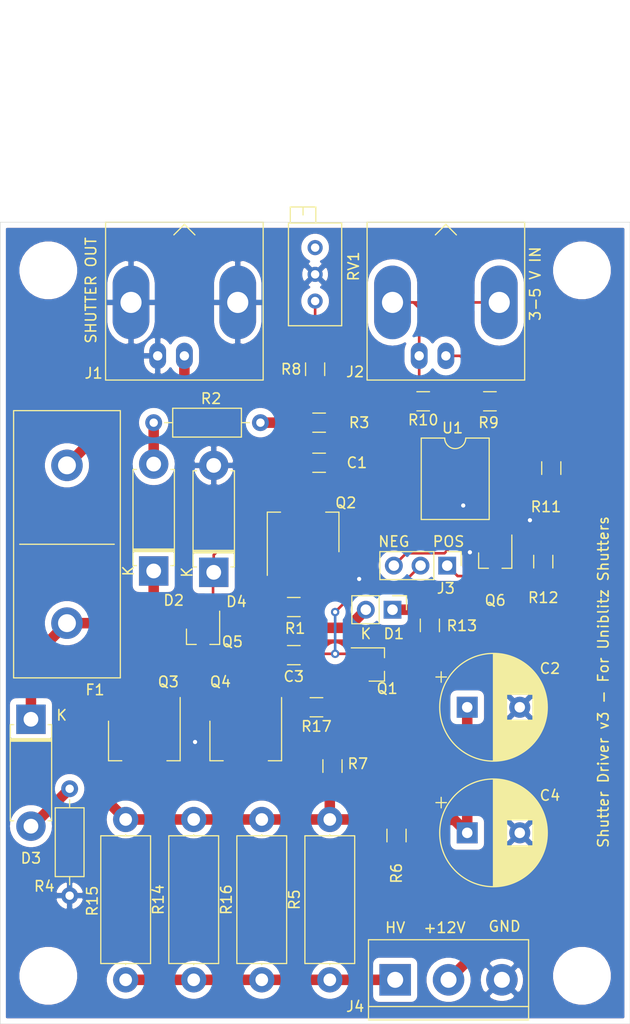
<source format=kicad_pcb>
(kicad_pcb (version 20171130) (host pcbnew "(5.1.2)-2")
  (layers (0 F.Cu signal) (31 B.Cu signal) (34 B.Paste user) (35 F.Paste user) (36 B.SilkS user) (37 F.SilkS user) (38 B.Mask user) (39 F.Mask user) (44 Edge.Cuts user))
  (net 0 "")
  (net 1 "Net-(C1-Pad1)")
  (net 2 GND)
  (net 3 "Net-(C2-Pad1)")
  (net 4 "Net-(D1-Pad1)")
  (net 5 "Net-(D1-Pad2)")
  (net 6 "Net-(D2-Pad2)")
  (net 7 /Driver_Circuit/Vin)
  (net 8 "Net-(F1-Pad2)")
  (net 9 "Net-(J2-Pad2)")
  (net 10 "Net-(J2-Pad1)")
  (net 11 HV)
  (net 12 "Net-(U1-Pad3)")
  (net 13 /Driver_Circuit/EXT)
  (net 14 /Driver_Circuit/~EXT)
  (net 15 "Net-(Q3-Pad1)")
  (net 16 "Net-(Q4-Pad1)")
  (net 17 "Net-(C3-Pad1)")
  (net 18 +12V)
  (net 19 "Net-(R8-Pad2)")
  (net 20 "Net-(R10-Pad1)")
  (net 21 "Net-(D2-Pad1)")
  (net 22 "Net-(D3-Pad2)")
  (net 23 "Net-(RV1-Pad3)")
  (net 24 "Net-(Q2-Pad2)")
  (net 25 "Net-(Q5-Pad3)")
  (net 26 "Net-(Q1-Pad3)")
  (module MountingHole:MountingHole_4.3mm_M4 (layer F.Cu) (at 103.632 108.458)
    (fp_text reference REF** hide)
    (fp_text value MountingHole_4.3mm_M4)
    (pad 1 np_thru_hole circle (at 0 0) (size 4.3 4.3) (drill 4.3) (layers *.Cu *.Mask))
  )
  (module MountingHole:MountingHole_4.3mm_M4 (layer F.Cu) (at 52.832 108.458)
    (fp_text reference REF** hide)
    (fp_text value MountingHole_4.3mm_M4)
    (pad 1 np_thru_hole circle (at 0 0) (size 4.3 4.3) (drill 4.3) (layers *.Cu *.Mask))
  )
  (module MountingHole:MountingHole_4.3mm_M4 (layer F.Cu) (at 52.832 41.402)
    (fp_text reference REF** hide)
    (fp_text value MountingHole_4.3mm_M4)
    (pad 1 np_thru_hole circle (at 0 0) (size 4.3 4.3) (drill 4.3) (layers *.Cu *.Mask))
  )
  (module MountingHole:MountingHole_4.3mm_M4 (layer F.Cu) (at 103.632 41.402)
    (fp_text reference REF** hide)
    (fp_text value MountingHole_4.3mm_M4)
    (pad 1 np_thru_hole circle (at 0 0) (size 4.3 4.3) (drill 4.3) (layers *.Cu *.Mask))
  )
  (module Potentiometer_THT:Potentiometer_Bourns_3296X_Horizontal (layer F.Cu) (at 78.232 44.323 270)
    (fp_text reference RV1 (at -3.3 -3.66 90) (layer F.SilkS))
    (fp_text value 100k)
    (pad 3 thru_hole circle (at -5.08 0 270) (size 1.44 1.44) (drill 0.8) (layers *.Cu *.Mask) (net 23 "Net-(RV1-Pad3)"))
    (pad 2 thru_hole circle (at -2.54 0 270) (size 1.44 1.44) (drill 0.8) (layers *.Cu *.Mask) (net 2 GND))
    (pad 1 thru_hole circle (at 0 0 270) (size 1.44 1.44) (drill 0.8) (layers *.Cu *.Mask) (net 19 "Net-(R8-Pad2)"))
  )
  (module Shutter_Driver_Pulse:Fuseholder_Wurth_15mm (layer F.Cu) (at 54.61 67.437 90)
    (fp_text reference F1 (at -13.843 2.667 180) (layer F.SilkS))
    (fp_text value Fuse)
    (pad 2 thru_hole circle (at 7.5 0 90) (size 3 3) (drill 1.7) (layers *.Cu *.Mask) (net 8 "Net-(F1-Pad2)"))
    (pad 1 thru_hole circle (at -7.5 0 90) (size 3 3) (drill 1.7) (layers *.Cu *.Mask) (net 21 "Net-(D2-Pad1)"))
  )
  (module Resistor_THT:R_Axial_DIN0414_L11.9mm_D4.5mm_P15.24mm_Horizontal (layer F.Cu) (at 73.152 108.839 90)
    (fp_text reference R16 (at 7.62 -3.37 90) (layer F.SilkS))
    (fp_text value 1k)
    (pad 2 thru_hole oval (at 15.24 0 90) (size 2.4 2.4) (drill 1.2) (layers *.Cu *.Mask) (net 3 "Net-(C2-Pad1)"))
    (pad 1 thru_hole circle (at 0 0 90) (size 2.4 2.4) (drill 1.2) (layers *.Cu *.Mask) (net 11 HV))
  )
  (module Resistor_THT:R_Axial_DIN0414_L11.9mm_D4.5mm_P15.24mm_Horizontal (layer F.Cu) (at 60.198 108.839 90)
    (fp_text reference R15 (at 7.493 -3.175 90) (layer F.SilkS))
    (fp_text value 1k)
    (pad 2 thru_hole oval (at 15.24 0 90) (size 2.4 2.4) (drill 1.2) (layers *.Cu *.Mask) (net 3 "Net-(C2-Pad1)"))
    (pad 1 thru_hole circle (at 0 0 90) (size 2.4 2.4) (drill 1.2) (layers *.Cu *.Mask) (net 11 HV))
  )
  (module Resistor_THT:R_Axial_DIN0414_L11.9mm_D4.5mm_P15.24mm_Horizontal (layer F.Cu) (at 66.675 108.839 90)
    (fp_text reference R14 (at 7.62 -3.37 90) (layer F.SilkS))
    (fp_text value 1k)
    (pad 2 thru_hole oval (at 15.24 0 90) (size 2.4 2.4) (drill 1.2) (layers *.Cu *.Mask) (net 3 "Net-(C2-Pad1)"))
    (pad 1 thru_hole circle (at 0 0 90) (size 2.4 2.4) (drill 1.2) (layers *.Cu *.Mask) (net 11 HV))
  )
  (module Resistor_THT:R_Axial_DIN0414_L11.9mm_D4.5mm_P15.24mm_Horizontal (layer F.Cu) (at 79.629 108.839 90)
    (fp_text reference R5 (at 7.62 -3.37 90) (layer F.SilkS))
    (fp_text value 1k)
    (pad 2 thru_hole oval (at 15.24 0 90) (size 2.4 2.4) (drill 1.2) (layers *.Cu *.Mask) (net 3 "Net-(C2-Pad1)"))
    (pad 1 thru_hole circle (at 0 0 90) (size 2.4 2.4) (drill 1.2) (layers *.Cu *.Mask) (net 11 HV))
  )
  (module Package_DIP:SMDIP-6_W9.53mm (layer F.Cu) (at 91.567 61.214)
    (fp_text reference U1 (at -0.254 -4.826 180) (layer F.SilkS))
    (fp_text value H11L1)
    (pad 6 smd rect (at 4.765 -2.54) (size 2 1.78) (layers F.Cu F.Paste F.Mask) (net 18 +12V))
    (pad 3 smd rect (at -4.765 2.54) (size 2 1.78) (layers F.Cu F.Paste F.Mask) (net 12 "Net-(U1-Pad3)"))
    (pad 5 smd rect (at 4.765 0) (size 2 1.78) (layers F.Cu F.Paste F.Mask) (net 2 GND))
    (pad 2 smd rect (at -4.765 0) (size 2 1.78) (layers F.Cu F.Paste F.Mask) (net 9 "Net-(J2-Pad2)"))
    (pad 4 smd rect (at 4.765 2.54) (size 2 1.78) (layers F.Cu F.Paste F.Mask) (net 14 /Driver_Circuit/~EXT))
    (pad 1 smd rect (at -4.765 -2.54) (size 2 1.78) (layers F.Cu F.Paste F.Mask) (net 20 "Net-(R10-Pad1)"))
  )
  (module Resistor_SMD:R_1206_3216Metric_Pad1.42x1.75mm_HandSolder (layer F.Cu) (at 78.359 82.931 180)
    (fp_text reference R17 (at 0 -1.82) (layer F.SilkS))
    (fp_text value 2.2k)
    (pad 2 smd roundrect (at 1.4875 0 180) (size 1.425 1.75) (layers F.Cu F.Paste F.Mask) (roundrect_rratio 0.175439) (net 16 "Net-(Q4-Pad1)"))
    (pad 1 smd roundrect (at -1.4875 0 180) (size 1.425 1.75) (layers F.Cu F.Paste F.Mask) (roundrect_rratio 0.175439) (net 25 "Net-(Q5-Pad3)"))
  )
  (module Resistor_SMD:R_1206_3216Metric_Pad1.42x1.75mm_HandSolder (layer F.Cu) (at 89.154 75.1475 90)
    (fp_text reference R13 (at -0.0365 3.048 180) (layer F.SilkS))
    (fp_text value 2.2k)
    (pad 2 smd roundrect (at 1.4875 0 90) (size 1.425 1.75) (layers F.Cu F.Paste F.Mask) (roundrect_rratio 0.175439) (net 4 "Net-(D1-Pad1)"))
    (pad 1 smd roundrect (at -1.4875 0 90) (size 1.425 1.75) (layers F.Cu F.Paste F.Mask) (roundrect_rratio 0.175439) (net 26 "Net-(Q1-Pad3)"))
  )
  (module Capacitor_THT:CP_Radial_D10.0mm_P5.00mm (layer F.Cu) (at 92.71 94.869)
    (fp_text reference C4 (at 7.874 -3.556) (layer F.SilkS))
    (fp_text value 47u)
    (pad 2 thru_hole circle (at 5 0) (size 2 2) (drill 1) (layers *.Cu *.Mask) (net 2 GND))
    (pad 1 thru_hole rect (at 0 0) (size 2 2) (drill 1) (layers *.Cu *.Mask) (net 3 "Net-(C2-Pad1)"))
  )
  (module Package_TO_SOT_SMD:SOT-223 (layer F.Cu) (at 71.628 86.106 270)
    (fp_text reference Q4 (at -5.588 2.413 180) (layer F.SilkS))
    (fp_text value Q_PNP_BCEC)
    (pad 1 smd rect (at -3.15 -2.3 270) (size 2 1.5) (layers F.Cu F.Paste F.Mask) (net 16 "Net-(Q4-Pad1)"))
    (pad 3 smd rect (at -3.15 2.3 270) (size 2 1.5) (layers F.Cu F.Paste F.Mask) (net 15 "Net-(Q3-Pad1)"))
    (pad 2 smd rect (at -3.15 0 270) (size 2 1.5) (layers F.Cu F.Paste F.Mask) (net 21 "Net-(D2-Pad1)"))
    (pad 4 smd rect (at 3.15 0 270) (size 2 3.8) (layers F.Cu F.Paste F.Mask) (net 21 "Net-(D2-Pad1)"))
  )
  (module Package_TO_SOT_SMD:SOT-223 (layer F.Cu) (at 61.976 86.106 270)
    (fp_text reference Q3 (at -5.588 -2.286 180) (layer F.SilkS))
    (fp_text value Q_PNP_BCEC)
    (pad 1 smd rect (at -3.15 -2.3 270) (size 2 1.5) (layers F.Cu F.Paste F.Mask) (net 15 "Net-(Q3-Pad1)"))
    (pad 3 smd rect (at -3.15 2.3 270) (size 2 1.5) (layers F.Cu F.Paste F.Mask) (net 3 "Net-(C2-Pad1)"))
    (pad 2 smd rect (at -3.15 0 270) (size 2 1.5) (layers F.Cu F.Paste F.Mask) (net 21 "Net-(D2-Pad1)"))
    (pad 4 smd rect (at 3.15 0 270) (size 2 3.8) (layers F.Cu F.Paste F.Mask) (net 21 "Net-(D2-Pad1)"))
  )
  (module Package_TO_SOT_SMD:SOT-223 (layer F.Cu) (at 77.089 66.294 90)
    (fp_text reference Q2 (at 2.794 4.064 180) (layer F.SilkS))
    (fp_text value Q_PNP_BCEC)
    (pad 1 smd rect (at -3.15 -2.3 90) (size 2 1.5) (layers F.Cu F.Paste F.Mask) (net 5 "Net-(D1-Pad2)"))
    (pad 3 smd rect (at -3.15 2.3 90) (size 2 1.5) (layers F.Cu F.Paste F.Mask) (net 18 +12V))
    (pad 2 smd rect (at -3.15 0 90) (size 2 1.5) (layers F.Cu F.Paste F.Mask) (net 24 "Net-(Q2-Pad2)"))
    (pad 4 smd rect (at 3.15 0 90) (size 2 3.8) (layers F.Cu F.Paste F.Mask) (net 1 "Net-(C1-Pad1)"))
  )
  (module TerminalBlock:TerminalBlock_bornier-3_P5.08mm (layer F.Cu) (at 85.852 108.839)
    (fp_text reference J4 (at -3.81 2.54) (layer F.SilkS))
    (fp_text value Screw_Terminal_01x03)
    (pad 3 thru_hole circle (at 10.16 0) (size 3 3) (drill 1.52) (layers *.Cu *.Mask) (net 2 GND))
    (pad 2 thru_hole circle (at 5.08 0) (size 3 3) (drill 1.52) (layers *.Cu *.Mask) (net 18 +12V))
    (pad 1 thru_hole rect (at 0 0) (size 3 3) (drill 1.52) (layers *.Cu *.Mask) (net 11 HV))
  )
  (module Connector_PinHeader_2.54mm:PinHeader_1x03_P2.54mm_Vertical (layer F.Cu) (at 90.805 69.469 270)
    (fp_text reference J3 (at 2.159 0.127 180) (layer F.SilkS))
    (fp_text value Conn_01x03_Male)
    (pad 3 thru_hole oval (at 0 5.08 270) (size 1.7 1.7) (drill 1) (layers *.Cu *.Mask) (net 14 /Driver_Circuit/~EXT))
    (pad 2 thru_hole oval (at 0 2.54 270) (size 1.7 1.7) (drill 1) (layers *.Cu *.Mask) (net 7 /Driver_Circuit/Vin))
    (pad 1 thru_hole rect (at 0 0 270) (size 1.7 1.7) (drill 1) (layers *.Cu *.Mask) (net 13 /Driver_Circuit/EXT))
  )
  (module Resistor_THT:R_Axial_DIN0207_L6.3mm_D2.5mm_P10.16mm_Horizontal (layer F.Cu) (at 54.864 90.678 270)
    (fp_text reference R4 (at 9.271 2.413 180) (layer F.SilkS))
    (fp_text value 1.8k)
    (pad 2 thru_hole oval (at 10.16 0 270) (size 1.6 1.6) (drill 0.8) (layers *.Cu *.Mask) (net 2 GND))
    (pad 1 thru_hole circle (at 0 0 270) (size 1.6 1.6) (drill 0.8) (layers *.Cu *.Mask) (net 22 "Net-(D3-Pad2)"))
  )
  (module Resistor_SMD:R_1206_3216Metric_Pad1.42x1.75mm_HandSolder (layer F.Cu) (at 100.711 60.198 90)
    (fp_text reference R11 (at -3.683 -0.508 180) (layer F.SilkS))
    (fp_text value 10k)
    (pad 2 smd roundrect (at 1.4875 0 90) (size 1.425 1.75) (layers F.Cu F.Paste F.Mask) (roundrect_rratio 0.175439) (net 18 +12V))
    (pad 1 smd roundrect (at -1.4875 0 90) (size 1.425 1.75) (layers F.Cu F.Paste F.Mask) (roundrect_rratio 0.175439) (net 14 /Driver_Circuit/~EXT))
  )
  (module Package_TO_SOT_SMD:SOT-23_Handsoldering (layer F.Cu) (at 84.074 78.867)
    (fp_text reference Q1 (at 1.016 2.286) (layer F.SilkS))
    (fp_text value Q_NMOS_GDS)
    (pad 3 smd rect (at 1.5 0) (size 1.9 0.8) (layers F.Cu F.Paste F.Mask) (net 26 "Net-(Q1-Pad3)"))
    (pad 2 smd rect (at -1.5 0.95) (size 1.9 0.8) (layers F.Cu F.Paste F.Mask) (net 2 GND))
    (pad 1 smd rect (at -1.5 -0.95) (size 1.9 0.8) (layers F.Cu F.Paste F.Mask) (net 7 /Driver_Circuit/Vin))
  )
  (module Diode_THT:D_5W_P10.16mm_Horizontal (layer F.Cu) (at 68.58 70.104 90)
    (fp_text reference D4 (at -2.794 2.159 180) (layer F.SilkS))
    (fp_text value D)
    (fp_text user K (at 0 -2.54 90) (layer F.SilkS))
    (pad 2 thru_hole oval (at 10.16 0 90) (size 2.8 2.8) (drill 1.4) (layers *.Cu *.Mask) (net 2 GND))
    (pad 1 thru_hole rect (at 0 0 90) (size 2.8 2.8) (drill 1.4) (layers *.Cu *.Mask) (net 17 "Net-(C3-Pad1)"))
  )
  (module Connector_PinHeader_2.54mm:PinHeader_1x02_P2.54mm_Vertical (layer F.Cu) (at 85.598 73.66 270)
    (fp_text reference D1 (at 2.286 -0.127 180) (layer F.SilkS))
    (fp_text value LED)
    (pad 2 thru_hole oval (at 0 2.54 270) (size 1.7 1.7) (drill 1) (layers *.Cu *.Mask) (net 5 "Net-(D1-Pad2)"))
    (pad 1 thru_hole rect (at 0 0 270) (size 1.7 1.7) (drill 1) (layers *.Cu *.Mask) (net 4 "Net-(D1-Pad1)"))
  )
  (module Resistor_THT:R_Axial_DIN0207_L6.3mm_D2.5mm_P10.16mm_Horizontal (layer F.Cu) (at 73.025 55.88 180)
    (fp_text reference R2 (at 4.699 2.286) (layer F.SilkS))
    (fp_text value 5.6)
    (pad 2 thru_hole oval (at 10.16 0 180) (size 1.6 1.6) (drill 0.8) (layers *.Cu *.Mask) (net 6 "Net-(D2-Pad2)"))
    (pad 1 thru_hole circle (at 0 0 180) (size 1.6 1.6) (drill 0.8) (layers *.Cu *.Mask) (net 1 "Net-(C1-Pad1)"))
  )
  (module Package_TO_SOT_SMD:SOT-23_Handsoldering (layer F.Cu) (at 95.377 68.961 270)
    (fp_text reference Q6 (at 3.81 0 180) (layer F.SilkS))
    (fp_text value Q_NMOS_GDS)
    (pad 3 smd rect (at 1.5 0 270) (size 1.9 0.8) (layers F.Cu F.Paste F.Mask) (net 13 /Driver_Circuit/EXT))
    (pad 2 smd rect (at -1.5 0.95 270) (size 1.9 0.8) (layers F.Cu F.Paste F.Mask) (net 2 GND))
    (pad 1 smd rect (at -1.5 -0.95 270) (size 1.9 0.8) (layers F.Cu F.Paste F.Mask) (net 14 /Driver_Circuit/~EXT))
  )
  (module Package_TO_SOT_SMD:SOT-23_Handsoldering (layer F.Cu) (at 67.564 76.2 270)
    (fp_text reference Q5 (at 0.508 -2.794 180) (layer F.SilkS))
    (fp_text value Q_NMOS_GDS)
    (pad 3 smd rect (at 1.5 0 270) (size 1.9 0.8) (layers F.Cu F.Paste F.Mask) (net 25 "Net-(Q5-Pad3)"))
    (pad 2 smd rect (at -1.5 0.95 270) (size 1.9 0.8) (layers F.Cu F.Paste F.Mask) (net 2 GND))
    (pad 1 smd rect (at -1.5 -0.95 270) (size 1.9 0.8) (layers F.Cu F.Paste F.Mask) (net 17 "Net-(C3-Pad1)"))
  )
  (module Diode_THT:D_5W_P10.16mm_Horizontal (layer F.Cu) (at 51.181 84.074 270)
    (fp_text reference D3 (at 13.208 0 180) (layer F.SilkS))
    (fp_text value D)
    (fp_text user K (at -0.381 -2.921 180) (layer F.SilkS))
    (pad 2 thru_hole oval (at 10.16 0 270) (size 2.8 2.8) (drill 1.4) (layers *.Cu *.Mask) (net 22 "Net-(D3-Pad2)"))
    (pad 1 thru_hole rect (at 0 0 270) (size 2.8 2.8) (drill 1.4) (layers *.Cu *.Mask) (net 21 "Net-(D2-Pad1)"))
  )
  (module Capacitor_SMD:C_1206_3216Metric_Pad1.42x1.75mm_HandSolder (layer F.Cu) (at 76.2 77.978)
    (fp_text reference C3 (at 0 2.032) (layer F.SilkS))
    (fp_text value 10n)
    (pad 2 smd roundrect (at 1.4875 0) (size 1.425 1.75) (layers F.Cu F.Paste F.Mask) (roundrect_rratio 0.175439) (net 7 /Driver_Circuit/Vin))
    (pad 1 smd roundrect (at -1.4875 0) (size 1.425 1.75) (layers F.Cu F.Paste F.Mask) (roundrect_rratio 0.175439) (net 17 "Net-(C3-Pad1)"))
  )
  (module Capacitor_THT:CP_Radial_D10.0mm_P5.00mm (layer F.Cu) (at 92.71 82.931)
    (fp_text reference C2 (at 7.874 -3.683) (layer F.SilkS))
    (fp_text value 47u)
    (pad 2 thru_hole circle (at 5 0) (size 2 2) (drill 1) (layers *.Cu *.Mask) (net 2 GND))
    (pad 1 thru_hole rect (at 0 0) (size 2 2) (drill 1) (layers *.Cu *.Mask) (net 3 "Net-(C2-Pad1)"))
  )
  (module Capacitor_SMD:C_1206_3216Metric_Pad1.42x1.75mm_HandSolder (layer F.Cu) (at 78.613 59.69)
    (fp_text reference C1 (at 3.5925 0) (layer F.SilkS))
    (fp_text value 1n)
    (pad 2 smd roundrect (at 1.4875 0) (size 1.425 1.75) (layers F.Cu F.Paste F.Mask) (roundrect_rratio 0.175439) (net 2 GND))
    (pad 1 smd roundrect (at -1.4875 0) (size 1.425 1.75) (layers F.Cu F.Paste F.Mask) (roundrect_rratio 0.175439) (net 1 "Net-(C1-Pad1)"))
  )
  (module Diode_THT:D_5W_P10.16mm_Horizontal (layer F.Cu) (at 62.865 69.977 90)
    (fp_text reference D2 (at -2.794 1.905 180) (layer F.SilkS))
    (fp_text value D)
    (fp_text user K (at 0 -2.4 90) (layer F.SilkS))
    (pad 2 thru_hole oval (at 10.16 0 90) (size 2.8 2.8) (drill 1.4) (layers *.Cu *.Mask) (net 6 "Net-(D2-Pad2)"))
    (pad 1 thru_hole rect (at 0 0 90) (size 2.8 2.8) (drill 1.4) (layers *.Cu *.Mask) (net 21 "Net-(D2-Pad1)"))
  )
  (module Connector_Coaxial:BNC_Amphenol_B6252HB-NPP3G-50_Horizontal (layer F.Cu) (at 65.786 49.53)
    (fp_text reference J1 (at -8.636 1.651 180) (layer F.SilkS))
    (fp_text value Conn_Coaxial)
    (pad 2 thru_hole oval (at -5.08 -5.08) (size 3.5 7) (drill 2.01) (layers *.Cu *.Mask) (net 2 GND))
    (pad 2 thru_hole oval (at 5.08 -5.08) (size 3.5 7) (drill 2.01) (layers *.Cu *.Mask) (net 2 GND))
    (pad 1 thru_hole oval (at 0 0) (size 1.6 2.5) (drill 0.89) (layers *.Cu *.Mask) (net 8 "Net-(F1-Pad2)"))
    (pad 2 thru_hole oval (at -2.54 0) (size 1.6 2.5) (drill 0.89) (layers *.Cu *.Mask) (net 2 GND))
  )
  (module Connector_Coaxial:BNC_Amphenol_B6252HB-NPP3G-50_Horizontal (layer F.Cu) (at 90.678 49.53)
    (fp_text reference J2 (at -8.636 1.524 180) (layer F.SilkS))
    (fp_text value Conn_Coaxial)
    (pad 2 thru_hole oval (at -5.08 -5.08) (size 3.5 7) (drill 2.01) (layers *.Cu *.Mask) (net 9 "Net-(J2-Pad2)"))
    (pad 2 thru_hole oval (at 5.08 -5.08) (size 3.5 7) (drill 2.01) (layers *.Cu *.Mask) (net 9 "Net-(J2-Pad2)"))
    (pad 1 thru_hole oval (at 0 0) (size 1.6 2.5) (drill 0.89) (layers *.Cu *.Mask) (net 10 "Net-(J2-Pad1)"))
    (pad 2 thru_hole oval (at -2.54 0) (size 1.6 2.5) (drill 0.89) (layers *.Cu *.Mask) (net 9 "Net-(J2-Pad2)"))
  )
  (module Resistor_SMD:R_1206_3216Metric_Pad1.42x1.75mm_HandSolder (layer F.Cu) (at 76.2 73.406)
    (fp_text reference R1 (at 0.127 2.032) (layer F.SilkS))
    (fp_text value 10k)
    (pad 2 smd roundrect (at 1.4875 0) (size 1.425 1.75) (layers F.Cu F.Paste F.Mask) (roundrect_rratio 0.175439) (net 18 +12V))
    (pad 1 smd roundrect (at -1.4875 0) (size 1.425 1.75) (layers F.Cu F.Paste F.Mask) (roundrect_rratio 0.175439) (net 5 "Net-(D1-Pad2)"))
  )
  (module Resistor_SMD:R_1206_3216Metric_Pad1.42x1.75mm_HandSolder (layer F.Cu) (at 78.613 55.88 180)
    (fp_text reference R3 (at -3.81 0) (layer F.SilkS))
    (fp_text value 100k)
    (pad 2 smd roundrect (at 1.4875 0 180) (size 1.425 1.75) (layers F.Cu F.Paste F.Mask) (roundrect_rratio 0.175439) (net 1 "Net-(C1-Pad1)"))
    (pad 1 smd roundrect (at -1.4875 0 180) (size 1.425 1.75) (layers F.Cu F.Paste F.Mask) (roundrect_rratio 0.175439) (net 2 GND))
  )
  (module Resistor_SMD:R_1206_3216Metric_Pad1.42x1.75mm_HandSolder (layer F.Cu) (at 85.979 95.123 90)
    (fp_text reference R6 (at -3.5925 0 90) (layer F.SilkS))
    (fp_text value 1Meg)
    (pad 1 smd roundrect (at -1.4875 0 90) (size 1.425 1.75) (layers F.Cu F.Paste F.Mask) (roundrect_rratio 0.175439) (net 2 GND))
    (pad 2 smd roundrect (at 1.4875 0 90) (size 1.425 1.75) (layers F.Cu F.Paste F.Mask) (roundrect_rratio 0.175439) (net 3 "Net-(C2-Pad1)"))
  )
  (module Resistor_SMD:R_1206_3216Metric_Pad1.42x1.75mm_HandSolder (layer F.Cu) (at 79.883 88.519 90)
    (fp_text reference R7 (at 0.2175 2.413 180) (layer F.SilkS))
    (fp_text value 100k)
    (pad 2 smd roundrect (at 1.4875 0 90) (size 1.425 1.75) (layers F.Cu F.Paste F.Mask) (roundrect_rratio 0.175439) (net 25 "Net-(Q5-Pad3)"))
    (pad 1 smd roundrect (at -1.4875 0 90) (size 1.425 1.75) (layers F.Cu F.Paste F.Mask) (roundrect_rratio 0.175439) (net 3 "Net-(C2-Pad1)"))
  )
  (module Resistor_SMD:R_1206_3216Metric_Pad1.42x1.75mm_HandSolder (layer F.Cu) (at 78.232 50.8 90)
    (fp_text reference R8 (at 0 -2.286 180) (layer F.SilkS))
    (fp_text value 100k)
    (pad 1 smd roundrect (at -1.4875 0 90) (size 1.425 1.75) (layers F.Cu F.Paste F.Mask) (roundrect_rratio 0.175439) (net 17 "Net-(C3-Pad1)"))
    (pad 2 smd roundrect (at 1.4875 0 90) (size 1.425 1.75) (layers F.Cu F.Paste F.Mask) (roundrect_rratio 0.175439) (net 19 "Net-(R8-Pad2)"))
  )
  (module Resistor_SMD:R_1206_3216Metric_Pad1.42x1.75mm_HandSolder (layer F.Cu) (at 94.869 53.848)
    (fp_text reference R9 (at -0.127 2.032) (layer F.SilkS))
    (fp_text value 1k)
    (pad 2 smd roundrect (at 1.4875 0) (size 1.425 1.75) (layers F.Cu F.Paste F.Mask) (roundrect_rratio 0.175439) (net 10 "Net-(J2-Pad1)"))
    (pad 1 smd roundrect (at -1.4875 0) (size 1.425 1.75) (layers F.Cu F.Paste F.Mask) (roundrect_rratio 0.175439) (net 20 "Net-(R10-Pad1)"))
  )
  (module Resistor_SMD:R_1206_3216Metric_Pad1.42x1.75mm_HandSolder (layer F.Cu) (at 88.519 53.848 180)
    (fp_text reference R10 (at 0 -1.778) (layer F.SilkS))
    (fp_text value 100k)
    (pad 2 smd roundrect (at 1.4875 0 180) (size 1.425 1.75) (layers F.Cu F.Paste F.Mask) (roundrect_rratio 0.175439) (net 9 "Net-(J2-Pad2)"))
    (pad 1 smd roundrect (at -1.4875 0 180) (size 1.425 1.75) (layers F.Cu F.Paste F.Mask) (roundrect_rratio 0.175439) (net 20 "Net-(R10-Pad1)"))
  )
  (module Resistor_SMD:R_1206_3216Metric_Pad1.42x1.75mm_HandSolder (layer F.Cu) (at 99.949 69.088 270)
    (fp_text reference R12 (at 3.429 0 180) (layer F.SilkS))
    (fp_text value 10k)
    (pad 1 smd roundrect (at -1.4875 0 270) (size 1.425 1.75) (layers F.Cu F.Paste F.Mask) (roundrect_rratio 0.175439) (net 18 +12V))
    (pad 2 smd roundrect (at 1.4875 0 270) (size 1.425 1.75) (layers F.Cu F.Paste F.Mask) (roundrect_rratio 0.175439) (net 13 /Driver_Circuit/EXT))
  )
  (gr_text K (at 83.058 75.946) (layer F.SilkS) (effects (font (size 1 1))))
  (gr_text "Shutter Driver v3 - For Uniblitz Shutters" (at 105.664 96.393 90) (layer F.SilkS) (effects (font (size 1 1)) (justify left)))
  (gr_text NEG (at 85.725 67.183) (layer F.SilkS) (effects (font (size 1 1))))
  (gr_text POS (at 90.932 67.183) (layer F.SilkS) (effects (font (size 1 1))))
  (gr_text +12V (at 90.551 103.886) (layer F.SilkS) (effects (font (size 1 1))))
  (gr_text GND (at 96.266 103.759) (layer F.SilkS) (effects (font (size 1 1))))
  (gr_text HV (at 85.852 103.886) (layer F.SilkS) (effects (font (size 1 1))))
  (gr_text "3-5 V IN" (at 99.187 42.672 90) (layer F.SilkS) (effects (font (size 1 1))))
  (gr_text "SHUTTER OUT" (at 56.896 43.307 90) (layer F.SilkS) (effects (font (size 1 1))))
  (gr_line (start 48.26 113.03) (end 48.26 36.83) (layer Edge.Cuts) (width 0.05))
  (gr_line (start 108.204 113.03) (end 48.26 113.03) (layer Edge.Cuts) (width 0.05))
  (gr_line (start 108.204 36.83) (end 108.204 113.03) (layer Edge.Cuts) (width 0.05))
  (gr_line (start 48.26 36.83) (end 108.204 36.83) (layer Edge.Cuts) (width 0.05))
  (segment (start 77.089 59.7265) (end 77.1255 59.69) (width 1) (layer F.Cu) (net 1))
  (segment (start 77.089 63.144) (end 77.089 59.7265) (width 1) (layer F.Cu) (net 1))
  (segment (start 77.1255 59.69) (end 77.1255 55.88) (width 1) (layer F.Cu) (net 1))
  (segment (start 73.025 55.88) (end 77.1255 55.88) (width 1) (layer F.Cu) (net 1))
  (via (at 92.964 68.199) (size 0.8) (drill 0.4) (layers F.Cu B.Cu) (net 2))
  (via (at 98.679 65.151) (size 0.8) (drill 0.4) (layers F.Cu B.Cu) (net 2))
  (via (at 92.329 63.754) (size 0.8) (drill 0.4) (layers F.Cu B.Cu) (net 2))
  (via (at 66.802 86.233) (size 0.8) (drill 0.4) (layers F.Cu B.Cu) (net 2))
  (via (at 82.423 70.739) (size 0.8) (drill 0.4) (layers F.Cu B.Cu) (net 2))
  (segment (start 79.629 90.2605) (end 79.883 90.0065) (width 1) (layer F.Cu) (net 3))
  (segment (start 79.629 93.599) (end 79.629 90.2605) (width 1) (layer F.Cu) (net 3))
  (segment (start 73.152 93.599) (end 79.629 93.599) (width 1) (layer F.Cu) (net 3))
  (segment (start 73.152 93.599) (end 66.675 93.599) (width 1) (layer F.Cu) (net 3))
  (segment (start 66.675 93.599) (end 60.198 93.599) (width 1) (layer F.Cu) (net 3))
  (segment (start 59.676 84.956) (end 57.912 86.72) (width 1) (layer F.Cu) (net 3))
  (segment (start 59.676 82.956) (end 59.676 84.956) (width 1) (layer F.Cu) (net 3))
  (segment (start 57.912 91.313) (end 60.198 93.599) (width 1) (layer F.Cu) (net 3))
  (segment (start 57.912 86.72) (end 57.912 91.313) (width 1) (layer F.Cu) (net 3))
  (segment (start 85.9425 93.599) (end 85.979 93.6355) (width 1) (layer F.Cu) (net 3))
  (segment (start 79.629 93.599) (end 85.9425 93.599) (width 1) (layer F.Cu) (net 3))
  (segment (start 91.4765 93.6355) (end 92.71 94.869) (width 1) (layer F.Cu) (net 3))
  (segment (start 85.979 93.6355) (end 91.4765 93.6355) (width 1) (layer F.Cu) (net 3))
  (segment (start 92.71 84.931) (end 92.71 94.869) (width 1) (layer F.Cu) (net 3))
  (segment (start 92.71 82.931) (end 92.71 84.931) (width 1) (layer F.Cu) (net 3))
  (segment (start 85.598 73.66) (end 89.154 73.66) (width 1) (layer F.Cu) (net 4))
  (segment (start 74.7125 74.381) (end 74.7125 73.406) (width 1) (layer F.Cu) (net 5))
  (segment (start 75.71251 75.38101) (end 74.7125 74.381) (width 1) (layer F.Cu) (net 5))
  (segment (start 81.33699 75.38101) (end 75.71251 75.38101) (width 1) (layer F.Cu) (net 5))
  (segment (start 83.058 73.66) (end 81.33699 75.38101) (width 1) (layer F.Cu) (net 5))
  (segment (start 74.7125 69.5205) (end 74.789 69.444) (width 1) (layer F.Cu) (net 5))
  (segment (start 74.7125 73.406) (end 74.7125 69.5205) (width 1) (layer F.Cu) (net 5))
  (segment (start 62.865 59.817) (end 62.865 55.88) (width 1) (layer F.Cu) (net 6))
  (via (at 80.137 73.88101) (size 0.8) (drill 0.4) (layers F.Cu B.Cu) (net 7))
  (segment (start 82.154009 71.864001) (end 80.137 73.88101) (width 0.25) (layer F.Cu) (net 7))
  (segment (start 88.265 69.469) (end 85.869999 71.864001) (width 0.25) (layer F.Cu) (net 7))
  (segment (start 85.869999 71.864001) (end 82.154009 71.864001) (width 0.25) (layer F.Cu) (net 7))
  (via (at 80.137 77.851) (size 0.8) (drill 0.4) (layers F.Cu B.Cu) (net 7))
  (segment (start 80.137 73.88101) (end 80.137 77.851) (width 0.25) (layer B.Cu) (net 7))
  (segment (start 82.508 77.851) (end 82.574 77.917) (width 0.25) (layer F.Cu) (net 7))
  (segment (start 80.137 77.851) (end 82.508 77.851) (width 0.25) (layer F.Cu) (net 7))
  (segment (start 77.8145 77.851) (end 77.6875 77.978) (width 0.25) (layer F.Cu) (net 7))
  (segment (start 80.137 77.851) (end 77.8145 77.851) (width 0.25) (layer F.Cu) (net 7))
  (segment (start 65.786 51.78) (end 65.786 49.53) (width 1) (layer F.Cu) (net 8))
  (segment (start 63.586001 53.979999) (end 65.786 51.78) (width 1) (layer F.Cu) (net 8))
  (segment (start 60.567001 53.979999) (end 63.586001 53.979999) (width 1) (layer F.Cu) (net 8))
  (segment (start 54.61 59.937) (end 60.567001 53.979999) (width 1) (layer F.Cu) (net 8))
  (segment (start 86.692 61.214) (end 86.802 61.214) (width 0.25) (layer F.Cu) (net 9))
  (segment (start 85.476999 59.998999) (end 86.692 61.214) (width 0.25) (layer F.Cu) (net 9))
  (segment (start 85.476999 55.402501) (end 85.476999 59.998999) (width 0.25) (layer F.Cu) (net 9))
  (segment (start 87.0315 53.848) (end 85.476999 55.402501) (width 0.25) (layer F.Cu) (net 9))
  (segment (start 88.138 52.7415) (end 87.0315 53.848) (width 0.25) (layer F.Cu) (net 9))
  (segment (start 88.138 49.53) (end 88.138 52.7415) (width 0.25) (layer F.Cu) (net 9))
  (segment (start 87.598 44.45) (end 85.598 44.45) (width 0.25) (layer F.Cu) (net 9))
  (segment (start 88.138 44.99) (end 87.598 44.45) (width 0.25) (layer F.Cu) (net 9))
  (segment (start 88.138 49.53) (end 88.138 44.99) (width 0.25) (layer F.Cu) (net 9))
  (segment (start 95.758 44.45) (end 85.598 44.45) (width 0.25) (layer F.Cu) (net 9))
  (segment (start 92.0385 49.53) (end 96.3565 53.848) (width 0.25) (layer F.Cu) (net 10))
  (segment (start 90.678 49.53) (end 92.0385 49.53) (width 0.25) (layer F.Cu) (net 10))
  (segment (start 60.198 108.839) (end 66.675 108.839) (width 1) (layer F.Cu) (net 11))
  (segment (start 66.675 108.839) (end 73.152 108.839) (width 1) (layer F.Cu) (net 11))
  (segment (start 73.152 108.839) (end 79.629 108.839) (width 1) (layer F.Cu) (net 11))
  (segment (start 79.629 108.839) (end 85.852 108.839) (width 1) (layer F.Cu) (net 11))
  (segment (start 99.8345 70.461) (end 99.949 70.5755) (width 0.25) (layer F.Cu) (net 13))
  (segment (start 95.377 70.461) (end 99.8345 70.461) (width 0.25) (layer F.Cu) (net 13))
  (segment (start 91.797 70.461) (end 90.805 69.469) (width 0.25) (layer F.Cu) (net 13))
  (segment (start 95.377 70.461) (end 91.797 70.461) (width 0.25) (layer F.Cu) (net 13))
  (segment (start 97.582 63.754) (end 96.332 63.754) (width 0.25) (layer F.Cu) (net 14))
  (segment (start 97.6675 63.754) (end 97.582 63.754) (width 0.25) (layer F.Cu) (net 14))
  (segment (start 99.736 61.6855) (end 97.6675 63.754) (width 0.25) (layer F.Cu) (net 14))
  (segment (start 100.711 61.6855) (end 99.736 61.6855) (width 0.25) (layer F.Cu) (net 14))
  (segment (start 96.332 67.456) (end 96.327 67.461) (width 0.25) (layer F.Cu) (net 14))
  (segment (start 96.332 63.754) (end 96.332 67.456) (width 0.25) (layer F.Cu) (net 14))
  (segment (start 95.082 63.754) (end 96.332 63.754) (width 0.25) (layer F.Cu) (net 14))
  (segment (start 90.542001 68.293999) (end 95.082 63.754) (width 0.25) (layer F.Cu) (net 14))
  (segment (start 86.900001 68.293999) (end 90.542001 68.293999) (width 0.25) (layer F.Cu) (net 14))
  (segment (start 85.725 69.469) (end 86.900001 68.293999) (width 0.25) (layer F.Cu) (net 14))
  (segment (start 64.276 82.956) (end 69.328 82.956) (width 1) (layer F.Cu) (net 15))
  (segment (start 76.8465 82.956) (end 76.8715 82.931) (width 1) (layer F.Cu) (net 16))
  (segment (start 73.928 82.956) (end 76.8465 82.956) (width 1) (layer F.Cu) (net 16))
  (segment (start 71.4345 74.7) (end 74.7125 77.978) (width 0.25) (layer F.Cu) (net 17))
  (segment (start 68.514 74.7) (end 71.4345 74.7) (width 0.25) (layer F.Cu) (net 17))
  (segment (start 68.514 70.17) (end 68.58 70.104) (width 0.25) (layer F.Cu) (net 17))
  (segment (start 68.514 74.7) (end 68.514 70.17) (width 0.25) (layer F.Cu) (net 17))
  (segment (start 77.257 52.2875) (end 78.232 52.2875) (width 0.25) (layer F.Cu) (net 17))
  (segment (start 73.598498 52.2875) (end 77.257 52.2875) (width 0.25) (layer F.Cu) (net 17))
  (segment (start 71.499999 54.385999) (end 73.598498 52.2875) (width 0.25) (layer F.Cu) (net 17))
  (segment (start 71.499999 65.534001) (end 71.499999 54.385999) (width 0.25) (layer F.Cu) (net 17))
  (segment (start 68.58 68.454) (end 71.499999 65.534001) (width 0.25) (layer F.Cu) (net 17))
  (segment (start 68.58 70.104) (end 68.58 68.454) (width 0.25) (layer F.Cu) (net 17))
  (segment (start 96.3685 58.7105) (end 96.332 58.674) (width 1) (layer F.Cu) (net 18))
  (segment (start 100.711 58.7105) (end 96.3685 58.7105) (width 1) (layer F.Cu) (net 18))
  (segment (start 100.720347 66.829153) (end 99.949 67.6005) (width 1) (layer F.Cu) (net 18))
  (segment (start 102.68601 64.86349) (end 100.720347 66.829153) (width 1) (layer F.Cu) (net 18))
  (segment (start 102.68601 59.71051) (end 102.68601 64.86349) (width 1) (layer F.Cu) (net 18))
  (segment (start 101.686 58.7105) (end 102.68601 59.71051) (width 1) (layer F.Cu) (net 18))
  (segment (start 100.711 58.7105) (end 101.686 58.7105) (width 1) (layer F.Cu) (net 18))
  (segment (start 81.139 69.444) (end 79.389 69.444) (width 1) (layer F.Cu) (net 18))
  (segment (start 83.953001 66.629999) (end 81.139 69.444) (width 1) (layer F.Cu) (net 18))
  (segment (start 87.796003 66.629999) (end 83.953001 66.629999) (width 1) (layer F.Cu) (net 18))
  (segment (start 88.902001 65.524001) (end 87.796003 66.629999) (width 1) (layer F.Cu) (net 18))
  (segment (start 88.902001 64.103999) (end 88.902001 65.524001) (width 1) (layer F.Cu) (net 18))
  (segment (start 94.332 58.674) (end 88.902001 64.103999) (width 1) (layer F.Cu) (net 18))
  (segment (start 96.332 58.674) (end 94.332 58.674) (width 1) (layer F.Cu) (net 18))
  (segment (start 79.389 71.7045) (end 79.389 69.444) (width 1) (layer F.Cu) (net 18))
  (segment (start 77.6875 73.406) (end 79.389 71.7045) (width 1) (layer F.Cu) (net 18))
  (segment (start 102.68601 96.901) (end 102.68601 64.5525) (width 1) (layer F.Cu) (net 18))
  (segment (start 102.68601 97.08499) (end 102.68601 96.901) (width 1) (layer F.Cu) (net 18))
  (segment (start 90.932 108.839) (end 102.68601 97.08499) (width 1) (layer F.Cu) (net 18))
  (segment (start 78.232 44.351) (end 78.26 44.323) (width 0.25) (layer F.Cu) (net 19))
  (segment (start 78.232 48.5) (end 78.232 44.323) (width 0.25) (layer F.Cu) (net 19))
  (segment (start 78.232 49.3125) (end 78.232 48.5) (width 0.25) (layer F.Cu) (net 19))
  (segment (start 92.569 53.848) (end 90.0065 53.848) (width 0.25) (layer F.Cu) (net 20))
  (segment (start 93.3815 53.848) (end 92.569 53.848) (width 0.25) (layer F.Cu) (net 20))
  (segment (start 86.802 57.0525) (end 86.802 58.674) (width 0.25) (layer F.Cu) (net 20))
  (segment (start 90.0065 53.848) (end 86.802 57.0525) (width 0.25) (layer F.Cu) (net 20))
  (segment (start 61.976 89.256) (end 61.976 82.956) (width 1) (layer F.Cu) (net 21))
  (segment (start 61.976 89.256) (end 71.628 89.256) (width 1) (layer F.Cu) (net 21))
  (segment (start 71.628 82.956) (end 71.628 89.256) (width 1) (layer F.Cu) (net 21))
  (segment (start 56.73832 74.93) (end 61.976 74.93) (width 1) (layer F.Cu) (net 21))
  (segment (start 56.73132 74.937) (end 56.73832 74.93) (width 1) (layer F.Cu) (net 21))
  (segment (start 54.61 74.937) (end 56.73132 74.937) (width 1) (layer F.Cu) (net 21))
  (segment (start 61.976 82.956) (end 61.976 74.93) (width 1) (layer F.Cu) (net 21))
  (segment (start 62.865 74.041) (end 62.865 69.977) (width 1) (layer F.Cu) (net 21))
  (segment (start 61.976 74.93) (end 62.865 74.041) (width 1) (layer F.Cu) (net 21))
  (segment (start 51.181 78.366) (end 54.61 74.937) (width 1) (layer F.Cu) (net 21))
  (segment (start 51.181 84.074) (end 51.181 78.366) (width 1) (layer F.Cu) (net 21))
  (segment (start 51.308 94.234) (end 54.864 90.678) (width 1) (layer F.Cu) (net 22))
  (segment (start 51.181 94.234) (end 51.308 94.234) (width 1) (layer F.Cu) (net 22))
  (segment (start 79.883 82.9675) (end 79.8465 82.931) (width 0.25) (layer F.Cu) (net 25))
  (segment (start 79.883 87.0315) (end 79.883 82.9675) (width 0.25) (layer F.Cu) (net 25))
  (segment (start 79.075153 82.159653) (end 79.8465 82.931) (width 0.25) (layer F.Cu) (net 25))
  (segment (start 78.24649 81.33099) (end 79.075153 82.159653) (width 0.25) (layer F.Cu) (net 25))
  (segment (start 75.357992 81.33099) (end 78.24649 81.33099) (width 0.25) (layer F.Cu) (net 25))
  (segment (start 71.727002 77.7) (end 75.357992 81.33099) (width 0.25) (layer F.Cu) (net 25))
  (segment (start 67.564 77.7) (end 71.727002 77.7) (width 0.25) (layer F.Cu) (net 25))
  (segment (start 86.922 78.867) (end 89.154 76.635) (width 1) (layer F.Cu) (net 26))
  (segment (start 85.574 78.867) (end 86.922 78.867) (width 1) (layer F.Cu) (net 26))
  (zone (net 2) (net_name GND) (layer F.Cu) (connect_pads (clearance 0.508)) (min_thickness 0.254) (fill yes (arc_segments 32) (thermal_gap 0.508) (thermal_bridge_width 0.508))
    (polygon (pts (xy 48.26 36.83) (xy 108.204 36.83) (xy 108.204 113.03) (xy 48.26 113.03)))
  )
  (zone (net 2) (net_name GND) (layer B.Cu) (connect_pads (clearance 0.508)) (min_thickness 0.254) (fill yes (arc_segments 32) (thermal_gap 0.508) (thermal_bridge_width 0.508))
    (polygon (pts (xy 48.26 36.83) (xy 108.204 36.83) (xy 108.204 113.03) (xy 48.26 113.03)))
  )
)
</source>
